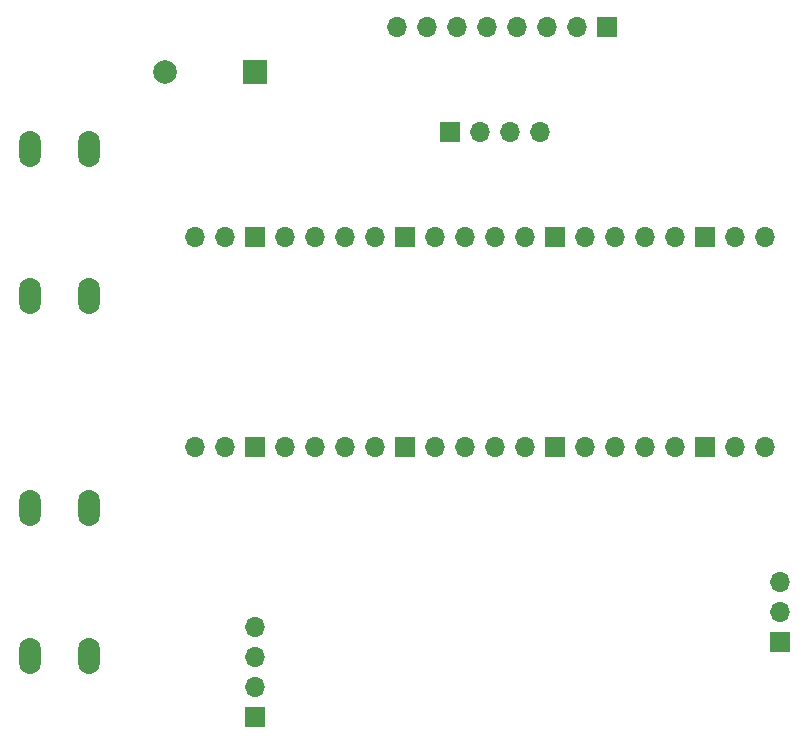
<source format=gbr>
%TF.GenerationSoftware,KiCad,Pcbnew,(6.0.11)*%
%TF.CreationDate,2024-03-14T23:03:51+01:00*%
%TF.ProjectId,circuit,63697263-7569-4742-9e6b-696361645f70,rev?*%
%TF.SameCoordinates,Original*%
%TF.FileFunction,Soldermask,Bot*%
%TF.FilePolarity,Negative*%
%FSLAX46Y46*%
G04 Gerber Fmt 4.6, Leading zero omitted, Abs format (unit mm)*
G04 Created by KiCad (PCBNEW (6.0.11)) date 2024-03-14 23:03:51*
%MOMM*%
%LPD*%
G01*
G04 APERTURE LIST*
%ADD10R,2.000000X2.000000*%
%ADD11C,2.000000*%
%ADD12O,1.850000X3.048000*%
%ADD13O,1.700000X1.700000*%
%ADD14R,1.700000X1.700000*%
G04 APERTURE END LIST*
D10*
%TO.C,J6*%
X100320000Y-55880000D03*
D11*
X92720000Y-55880000D03*
%TD*%
D12*
%TO.C,J5*%
X86320000Y-74840000D03*
X86320000Y-62340000D03*
X81320000Y-62340000D03*
X81320000Y-74840000D03*
%TD*%
D13*
%TO.C,U0*%
X143510000Y-69850000D03*
X140970000Y-69850000D03*
D14*
X138430000Y-69850000D03*
D13*
X135890000Y-69850000D03*
X133350000Y-69850000D03*
X130810000Y-69850000D03*
X128270000Y-69850000D03*
D14*
X125730000Y-69850000D03*
D13*
X123190000Y-69850000D03*
X120650000Y-69850000D03*
X118110000Y-69850000D03*
X115570000Y-69850000D03*
D14*
X113030000Y-69850000D03*
D13*
X110490000Y-69850000D03*
X107950000Y-69850000D03*
X105410000Y-69850000D03*
X102870000Y-69850000D03*
D14*
X100330000Y-69850000D03*
D13*
X97790000Y-69850000D03*
X95250000Y-69850000D03*
X95250000Y-87630000D03*
X97790000Y-87630000D03*
D14*
X100330000Y-87630000D03*
D13*
X102870000Y-87630000D03*
X105410000Y-87630000D03*
X107950000Y-87630000D03*
X110490000Y-87630000D03*
D14*
X113030000Y-87630000D03*
D13*
X115570000Y-87630000D03*
X118110000Y-87630000D03*
X120650000Y-87630000D03*
X123190000Y-87630000D03*
D14*
X125730000Y-87630000D03*
D13*
X128270000Y-87630000D03*
X130810000Y-87630000D03*
X133350000Y-87630000D03*
X135890000Y-87630000D03*
D14*
X138430000Y-87630000D03*
D13*
X140970000Y-87630000D03*
X143510000Y-87630000D03*
%TD*%
D12*
%TO.C,J4*%
X81320000Y-92800000D03*
X81320000Y-105300000D03*
X86320000Y-105300000D03*
X86320000Y-92800000D03*
%TD*%
D14*
%TO.C,J3*%
X144780000Y-104140000D03*
D13*
X144780000Y-101600000D03*
X144780000Y-99060000D03*
%TD*%
D14*
%TO.C,J0*%
X116840000Y-60960000D03*
D13*
X119380000Y-60960000D03*
X121920000Y-60960000D03*
X124460000Y-60960000D03*
%TD*%
D14*
%TO.C,J2*%
X130130000Y-52087500D03*
D13*
X127590000Y-52087500D03*
X125050000Y-52087500D03*
X122510000Y-52087500D03*
X119970000Y-52087500D03*
X117430000Y-52087500D03*
X114890000Y-52087500D03*
X112350000Y-52087500D03*
%TD*%
D14*
%TO.C,J1*%
X100330000Y-110490000D03*
D13*
X100330000Y-107950000D03*
X100330000Y-105410000D03*
X100330000Y-102870000D03*
%TD*%
M02*

</source>
